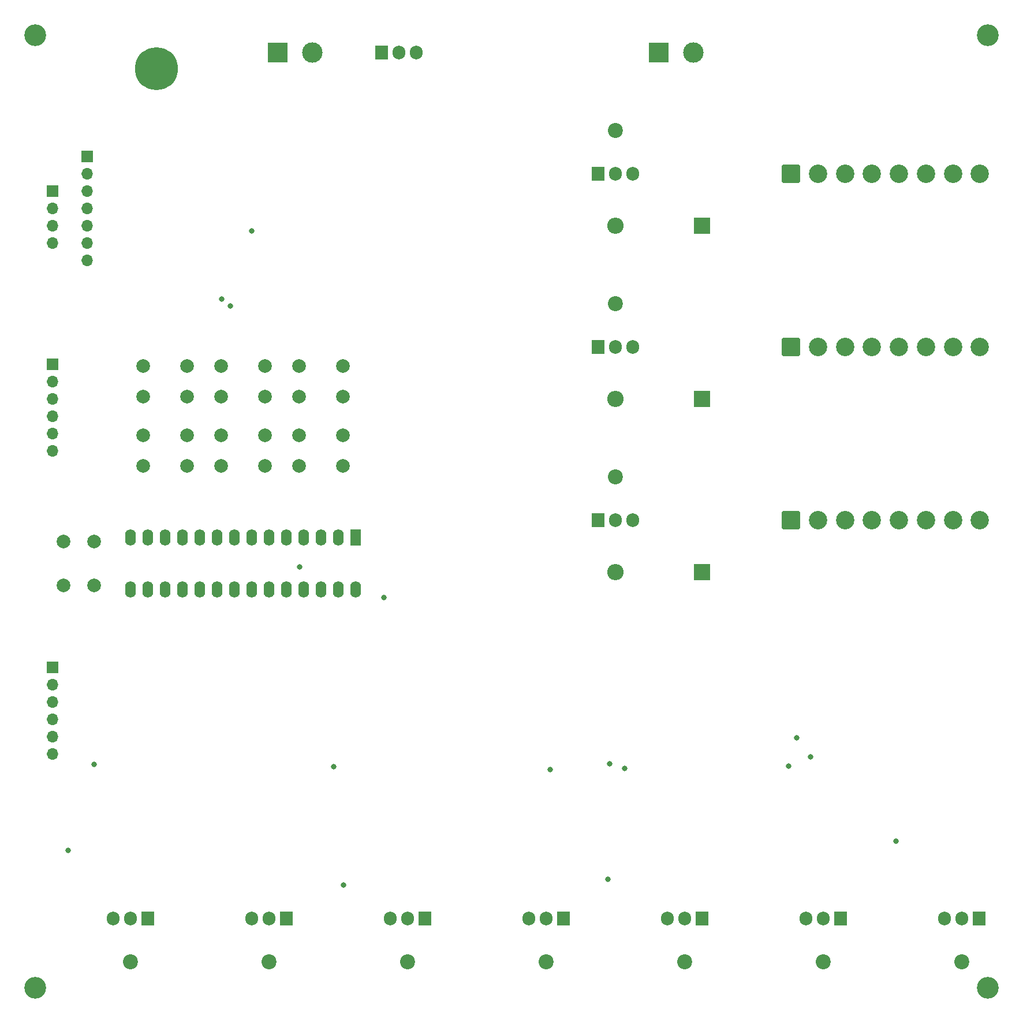
<source format=gts>
G04 #@! TF.GenerationSoftware,KiCad,Pcbnew,(6.0.6)*
G04 #@! TF.CreationDate,2022-10-16T20:06:39+09:00*
G04 #@! TF.ProjectId,LedScoreBoard,4c656453-636f-4726-9542-6f6172642e6b,rev?*
G04 #@! TF.SameCoordinates,Original*
G04 #@! TF.FileFunction,Soldermask,Top*
G04 #@! TF.FilePolarity,Negative*
%FSLAX46Y46*%
G04 Gerber Fmt 4.6, Leading zero omitted, Abs format (unit mm)*
G04 Created by KiCad (PCBNEW (6.0.6)) date 2022-10-16 20:06:39*
%MOMM*%
%LPD*%
G01*
G04 APERTURE LIST*
G04 Aperture macros list*
%AMRoundRect*
0 Rectangle with rounded corners*
0 $1 Rounding radius*
0 $2 $3 $4 $5 $6 $7 $8 $9 X,Y pos of 4 corners*
0 Add a 4 corners polygon primitive as box body*
4,1,4,$2,$3,$4,$5,$6,$7,$8,$9,$2,$3,0*
0 Add four circle primitives for the rounded corners*
1,1,$1+$1,$2,$3*
1,1,$1+$1,$4,$5*
1,1,$1+$1,$6,$7*
1,1,$1+$1,$8,$9*
0 Add four rect primitives between the rounded corners*
20,1,$1+$1,$2,$3,$4,$5,0*
20,1,$1+$1,$4,$5,$6,$7,0*
20,1,$1+$1,$6,$7,$8,$9,0*
20,1,$1+$1,$8,$9,$2,$3,0*%
G04 Aperture macros list end*
%ADD10C,2.200000*%
%ADD11R,1.905000X2.000000*%
%ADD12O,1.905000X2.000000*%
%ADD13C,3.200000*%
%ADD14C,2.000000*%
%ADD15RoundRect,0.250001X-1.099999X-1.099999X1.099999X-1.099999X1.099999X1.099999X-1.099999X1.099999X0*%
%ADD16C,2.700000*%
%ADD17R,3.000000X3.000000*%
%ADD18C,3.000000*%
%ADD19R,1.700000X1.700000*%
%ADD20O,1.700000X1.700000*%
%ADD21R,1.600000X2.400000*%
%ADD22O,1.600000X2.400000*%
%ADD23C,6.300000*%
%ADD24R,2.400000X2.400000*%
%ADD25O,2.400000X2.400000*%
%ADD26C,0.800000*%
G04 APERTURE END LIST*
D10*
X110490000Y-44450000D03*
X110490000Y-69850000D03*
X110490000Y-95250000D03*
X161290000Y-166370000D03*
X140970000Y-166370000D03*
X120650000Y-166370000D03*
X100330000Y-166370000D03*
X80010000Y-166370000D03*
X59690000Y-166370000D03*
X39370000Y-166370000D03*
D11*
X163830000Y-160020000D03*
D12*
X161290000Y-160020000D03*
X158750000Y-160020000D03*
D13*
X165100000Y-170180000D03*
D14*
X70560000Y-89190000D03*
X64060000Y-89190000D03*
X70560000Y-93690000D03*
X64060000Y-93690000D03*
D15*
X136222500Y-76200000D03*
D16*
X140182500Y-76200000D03*
X144142500Y-76200000D03*
X148102500Y-76200000D03*
X152062500Y-76200000D03*
X156022500Y-76200000D03*
X159982500Y-76200000D03*
X163942500Y-76200000D03*
D11*
X62230000Y-160020000D03*
D12*
X59690000Y-160020000D03*
X57150000Y-160020000D03*
D11*
X107950000Y-50800000D03*
D12*
X110490000Y-50800000D03*
X113030000Y-50800000D03*
D13*
X165100000Y-30480000D03*
D14*
X41200000Y-89190000D03*
X47700000Y-89190000D03*
X47700000Y-93690000D03*
X41200000Y-93690000D03*
D17*
X116840000Y-33020000D03*
D18*
X121920000Y-33020000D03*
D19*
X27940000Y-123190000D03*
D20*
X27940000Y-125730000D03*
X27940000Y-128270000D03*
X27940000Y-130810000D03*
X27940000Y-133350000D03*
X27940000Y-135890000D03*
D13*
X25400000Y-170180000D03*
D11*
X107950000Y-101600000D03*
D12*
X110490000Y-101600000D03*
X113030000Y-101600000D03*
D11*
X102870000Y-160020000D03*
D12*
X100330000Y-160020000D03*
X97790000Y-160020000D03*
D13*
X25400000Y-30480000D03*
D14*
X59130000Y-79030000D03*
X52630000Y-79030000D03*
X59130000Y-83530000D03*
X52630000Y-83530000D03*
D11*
X76200000Y-33020000D03*
D12*
X78740000Y-33020000D03*
X81280000Y-33020000D03*
D14*
X41200000Y-79030000D03*
X47700000Y-79030000D03*
X47700000Y-83530000D03*
X41200000Y-83530000D03*
D15*
X136222500Y-50800000D03*
D16*
X140182500Y-50800000D03*
X144142500Y-50800000D03*
X148102500Y-50800000D03*
X152062500Y-50800000D03*
X156022500Y-50800000D03*
X159982500Y-50800000D03*
X163942500Y-50800000D03*
D11*
X82550000Y-160020000D03*
D12*
X80010000Y-160020000D03*
X77470000Y-160020000D03*
D15*
X136222500Y-101600000D03*
D16*
X140182500Y-101600000D03*
X144142500Y-101600000D03*
X148102500Y-101600000D03*
X152062500Y-101600000D03*
X156022500Y-101600000D03*
X159982500Y-101600000D03*
X163942500Y-101600000D03*
D21*
X72405000Y-104150000D03*
D22*
X69865000Y-104150000D03*
X67325000Y-104150000D03*
X64785000Y-104150000D03*
X62245000Y-104150000D03*
X59705000Y-104150000D03*
X57165000Y-104150000D03*
X54625000Y-104150000D03*
X52085000Y-104150000D03*
X49545000Y-104150000D03*
X47005000Y-104150000D03*
X44465000Y-104150000D03*
X41925000Y-104150000D03*
X39385000Y-104150000D03*
X39385000Y-111770000D03*
X41925000Y-111770000D03*
X44465000Y-111770000D03*
X47005000Y-111770000D03*
X49545000Y-111770000D03*
X52085000Y-111770000D03*
X54625000Y-111770000D03*
X57165000Y-111770000D03*
X59705000Y-111770000D03*
X62245000Y-111770000D03*
X64785000Y-111770000D03*
X67325000Y-111770000D03*
X69865000Y-111770000D03*
X72405000Y-111770000D03*
D14*
X29500000Y-111200000D03*
X29500000Y-104700000D03*
X34000000Y-111200000D03*
X34000000Y-104700000D03*
D19*
X33020000Y-48260000D03*
D20*
X33020000Y-50800000D03*
X33020000Y-53340000D03*
X33020000Y-55880000D03*
X33020000Y-58420000D03*
X33020000Y-60960000D03*
X33020000Y-63500000D03*
D11*
X107950000Y-76200000D03*
D12*
X110490000Y-76200000D03*
X113030000Y-76200000D03*
D19*
X27940000Y-78740000D03*
D20*
X27940000Y-81280000D03*
X27940000Y-83820000D03*
X27940000Y-86360000D03*
X27940000Y-88900000D03*
X27940000Y-91440000D03*
D14*
X64060000Y-79030000D03*
X70560000Y-79030000D03*
X64060000Y-83530000D03*
X70560000Y-83530000D03*
D11*
X123190000Y-160020000D03*
D12*
X120650000Y-160020000D03*
X118110000Y-160020000D03*
D11*
X41910000Y-160020000D03*
D12*
X39370000Y-160020000D03*
X36830000Y-160020000D03*
D19*
X27940000Y-53340000D03*
D20*
X27940000Y-55880000D03*
X27940000Y-58420000D03*
X27940000Y-60960000D03*
D11*
X143510000Y-160020000D03*
D12*
X140970000Y-160020000D03*
X138430000Y-160020000D03*
D14*
X52630000Y-89190000D03*
X59130000Y-89190000D03*
X52630000Y-93690000D03*
X59130000Y-93690000D03*
D23*
X43180000Y-35403770D03*
D17*
X60960000Y-33020000D03*
D18*
X66040000Y-33020000D03*
D24*
X123190000Y-109220000D03*
D25*
X110490000Y-109220000D03*
D24*
X123190000Y-83820000D03*
D25*
X110490000Y-83820000D03*
D24*
X123190000Y-58420000D03*
D25*
X110490000Y-58420000D03*
D26*
X57158800Y-59180700D03*
X109392300Y-154245400D03*
X30229500Y-150065500D03*
X70625000Y-155141300D03*
X151633500Y-148678400D03*
X111848100Y-138054200D03*
X135912700Y-137699700D03*
X137065200Y-133545800D03*
X64150600Y-108494900D03*
X69148400Y-137791200D03*
X34060000Y-137405300D03*
X100910400Y-138176400D03*
X76540500Y-112936100D03*
X109596400Y-137304900D03*
X139060100Y-136304300D03*
X52770600Y-69198900D03*
X53969700Y-70207500D03*
M02*

</source>
